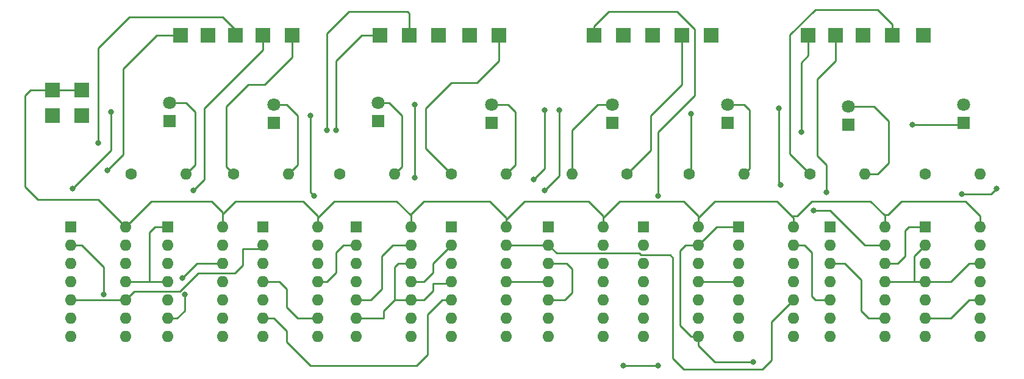
<source format=gbr>
%TF.GenerationSoftware,KiCad,Pcbnew,(5.1.6)-1*%
%TF.CreationDate,2020-12-20T18:45:25+01:00*%
%TF.ProjectId,Addierer,41646469-6572-4657-922e-6b696361645f,rev?*%
%TF.SameCoordinates,Original*%
%TF.FileFunction,Copper,L1,Top*%
%TF.FilePolarity,Positive*%
%FSLAX46Y46*%
G04 Gerber Fmt 4.6, Leading zero omitted, Abs format (unit mm)*
G04 Created by KiCad (PCBNEW (5.1.6)-1) date 2020-12-20 18:45:25*
%MOMM*%
%LPD*%
G01*
G04 APERTURE LIST*
%TA.AperFunction,ComponentPad*%
%ADD10R,2.000000X2.000000*%
%TD*%
%TA.AperFunction,ComponentPad*%
%ADD11C,1.800000*%
%TD*%
%TA.AperFunction,ComponentPad*%
%ADD12R,1.800000X1.800000*%
%TD*%
%TA.AperFunction,ComponentPad*%
%ADD13C,1.600000*%
%TD*%
%TA.AperFunction,ComponentPad*%
%ADD14O,1.600000X1.600000*%
%TD*%
%TA.AperFunction,ComponentPad*%
%ADD15R,1.600000X1.600000*%
%TD*%
%TA.AperFunction,ViaPad*%
%ADD16C,0.800000*%
%TD*%
%TA.AperFunction,Conductor*%
%ADD17C,0.250000*%
%TD*%
G04 APERTURE END LIST*
D10*
%TO.P,GND1,1*%
%TO.N,GND*%
X59690000Y-109220000D03*
%TD*%
%TO.P,Vcc1,1*%
%TO.N,+5V*%
X59690000Y-105664000D03*
%TD*%
%TO.P,a1,1*%
%TO.N,Net-(U1-Pad1)*%
X77216000Y-98044000D03*
%TD*%
%TO.P,a2,1*%
%TO.N,Net-(U3-Pad4)*%
X105156000Y-98044000D03*
%TD*%
%TO.P,a3,1*%
%TO.N,Net-(U5-Pad12)*%
X134874000Y-98044000D03*
%TD*%
%TO.P,a4,1*%
%TO.N,Net-(U8-Pad12)*%
X164338000Y-98044000D03*
%TD*%
%TO.P,b1,1*%
%TO.N,Net-(U1-Pad2)*%
X81026000Y-98044000D03*
%TD*%
%TO.P,b2,1*%
%TO.N,Net-(U3-Pad13)*%
X109220000Y-98044000D03*
%TD*%
%TO.P,b3,1*%
%TO.N,Net-(U5-Pad10)*%
X138938000Y-98044000D03*
%TD*%
%TO.P,b4,1*%
%TO.N,Net-(U8-Pad13)*%
X168148000Y-98044000D03*
%TD*%
D11*
%TO.P,D1,2*%
%TO.N,Net-(D1-Pad2)*%
X71882000Y-107442000D03*
D12*
%TO.P,D1,1*%
%TO.N,GND*%
X71882000Y-109982000D03*
%TD*%
D11*
%TO.P,D2,2*%
%TO.N,Net-(D2-Pad2)*%
X86360000Y-107696000D03*
D12*
%TO.P,D2,1*%
%TO.N,GND*%
X86360000Y-110236000D03*
%TD*%
%TO.P,D3,1*%
%TO.N,GND*%
X100838000Y-109982000D03*
D11*
%TO.P,D3,2*%
%TO.N,Net-(D3-Pad2)*%
X100838000Y-107442000D03*
%TD*%
D12*
%TO.P,D4,1*%
%TO.N,GND*%
X116586000Y-110236000D03*
D11*
%TO.P,D4,2*%
%TO.N,Net-(D4-Pad2)*%
X116586000Y-107696000D03*
%TD*%
D12*
%TO.P,D5,1*%
%TO.N,GND*%
X133350000Y-110236000D03*
D11*
%TO.P,D5,2*%
%TO.N,Net-(D5-Pad2)*%
X133350000Y-107696000D03*
%TD*%
%TO.P,D6,2*%
%TO.N,Net-(D6-Pad2)*%
X149352000Y-107696000D03*
D12*
%TO.P,D6,1*%
%TO.N,GND*%
X149352000Y-110236000D03*
%TD*%
D11*
%TO.P,D7,2*%
%TO.N,Net-(D7-Pad2)*%
X166116000Y-107950000D03*
D12*
%TO.P,D7,1*%
%TO.N,GND*%
X166116000Y-110490000D03*
%TD*%
%TO.P,D8,1*%
%TO.N,GND*%
X182118000Y-110236000D03*
D11*
%TO.P,D8,2*%
%TO.N,Net-(D8-Pad2)*%
X182118000Y-107696000D03*
%TD*%
D10*
%TO.P,GND1,1*%
%TO.N,GND*%
X55626000Y-109220000D03*
%TD*%
D13*
%TO.P,R1,1*%
%TO.N,Net-(R1-Pad1)*%
X66548000Y-117348000D03*
D14*
%TO.P,R1,2*%
%TO.N,Net-(D1-Pad2)*%
X74168000Y-117348000D03*
%TD*%
%TO.P,R2,2*%
%TO.N,Net-(D2-Pad2)*%
X88392000Y-117348000D03*
D13*
%TO.P,R2,1*%
%TO.N,Net-(R2-Pad1)*%
X80772000Y-117348000D03*
%TD*%
%TO.P,R3,1*%
%TO.N,Net-(R3-Pad1)*%
X95504000Y-117348000D03*
D14*
%TO.P,R3,2*%
%TO.N,Net-(D3-Pad2)*%
X103124000Y-117348000D03*
%TD*%
%TO.P,R4,2*%
%TO.N,Net-(D4-Pad2)*%
X118618000Y-117348000D03*
D13*
%TO.P,R4,1*%
%TO.N,Net-(R4-Pad1)*%
X110998000Y-117348000D03*
%TD*%
%TO.P,R5,1*%
%TO.N,Net-(R5-Pad1)*%
X135382000Y-117348000D03*
D14*
%TO.P,R5,2*%
%TO.N,Net-(D5-Pad2)*%
X127762000Y-117348000D03*
%TD*%
%TO.P,R6,2*%
%TO.N,Net-(D6-Pad2)*%
X151638000Y-117348000D03*
D13*
%TO.P,R6,1*%
%TO.N,Net-(R6-Pad1)*%
X144018000Y-117348000D03*
%TD*%
%TO.P,R7,1*%
%TO.N,Net-(R7-Pad1)*%
X160782000Y-117348000D03*
D14*
%TO.P,R7,2*%
%TO.N,Net-(D7-Pad2)*%
X168402000Y-117348000D03*
%TD*%
D10*
%TO.P,S1,1*%
%TO.N,Net-(R1-Pad1)*%
X84836000Y-98044000D03*
%TD*%
%TO.P,S2,1*%
%TO.N,Net-(R3-Pad1)*%
X113538000Y-98044000D03*
%TD*%
%TO.P,S3,1*%
%TO.N,Net-(R5-Pad1)*%
X143002000Y-98044000D03*
%TD*%
%TO.P,S4,1*%
%TO.N,Net-(R7-Pad1)*%
X172212000Y-98044000D03*
%TD*%
D14*
%TO.P,U1,14*%
%TO.N,+5V*%
X65786000Y-124714000D03*
%TO.P,U1,7*%
%TO.N,GND*%
X58166000Y-139954000D03*
%TO.P,U1,13*%
%TO.N,Net-(U1-Pad13)*%
X65786000Y-127254000D03*
%TO.P,U1,6*%
%TO.N,Net-(U1-Pad12)*%
X58166000Y-137414000D03*
%TO.P,U1,12*%
X65786000Y-129794000D03*
%TO.P,U1,5*%
%TO.N,Net-(U1-Pad10)*%
X58166000Y-134874000D03*
%TO.P,U1,11*%
%TO.N,Net-(U1-Pad11)*%
X65786000Y-132334000D03*
%TO.P,U1,4*%
%TO.N,Net-(U1-Pad1)*%
X58166000Y-132334000D03*
%TO.P,U1,10*%
%TO.N,Net-(U1-Pad10)*%
X65786000Y-134874000D03*
%TO.P,U1,3*%
X58166000Y-129794000D03*
%TO.P,U1,9*%
%TO.N,Net-(U1-Pad2)*%
X65786000Y-137414000D03*
%TO.P,U1,2*%
X58166000Y-127254000D03*
%TO.P,U1,8*%
%TO.N,Net-(U1-Pad13)*%
X65786000Y-139954000D03*
D15*
%TO.P,U1,1*%
%TO.N,Net-(U1-Pad1)*%
X58166000Y-124714000D03*
%TD*%
D14*
%TO.P,U2,14*%
%TO.N,+5V*%
X79248000Y-124714000D03*
%TO.P,U2,7*%
%TO.N,GND*%
X71628000Y-139954000D03*
%TO.P,U2,13*%
%TO.N,Net-(U2-Pad13)*%
X79248000Y-127254000D03*
%TO.P,U2,6*%
%TO.N,Net-(U2-Pad12)*%
X71628000Y-137414000D03*
%TO.P,U2,12*%
X79248000Y-129794000D03*
%TO.P,U2,5*%
%TO.N,Net-(U2-Pad3)*%
X71628000Y-134874000D03*
%TO.P,U2,11*%
%TO.N,Net-(R1-Pad1)*%
X79248000Y-132334000D03*
%TO.P,U2,4*%
%TO.N,Net-(U1-Pad11)*%
X71628000Y-132334000D03*
%TO.P,U2,10*%
%TO.N,Net-(U2-Pad10)*%
X79248000Y-134874000D03*
%TO.P,U2,3*%
%TO.N,Net-(U2-Pad3)*%
X71628000Y-129794000D03*
%TO.P,U2,9*%
X79248000Y-137414000D03*
%TO.P,U2,2*%
%TO.N,Net-(U2-Pad10)*%
X71628000Y-127254000D03*
%TO.P,U2,8*%
%TO.N,Net-(U2-Pad13)*%
X79248000Y-139954000D03*
D15*
%TO.P,U2,1*%
%TO.N,Net-(U1-Pad11)*%
X71628000Y-124714000D03*
%TD*%
%TO.P,U3,1*%
%TO.N,Net-(U2-Pad3)*%
X84836000Y-124714000D03*
D14*
%TO.P,U3,8*%
%TO.N,Net-(U3-Pad8)*%
X92456000Y-139954000D03*
%TO.P,U3,2*%
%TO.N,Net-(U1-Pad10)*%
X84836000Y-127254000D03*
%TO.P,U3,9*%
%TO.N,Net-(U3-Pad4)*%
X92456000Y-137414000D03*
%TO.P,U3,3*%
%TO.N,Net-(R2-Pad1)*%
X84836000Y-129794000D03*
%TO.P,U3,10*%
%TO.N,Net-(U3-Pad10)*%
X92456000Y-134874000D03*
%TO.P,U3,4*%
%TO.N,Net-(U3-Pad4)*%
X84836000Y-132334000D03*
%TO.P,U3,11*%
%TO.N,Net-(U3-Pad11)*%
X92456000Y-132334000D03*
%TO.P,U3,5*%
%TO.N,Net-(U3-Pad13)*%
X84836000Y-134874000D03*
%TO.P,U3,12*%
%TO.N,Net-(U3-Pad10)*%
X92456000Y-129794000D03*
%TO.P,U3,6*%
X84836000Y-137414000D03*
%TO.P,U3,13*%
%TO.N,Net-(U3-Pad13)*%
X92456000Y-127254000D03*
%TO.P,U3,7*%
%TO.N,GND*%
X84836000Y-139954000D03*
%TO.P,U3,14*%
%TO.N,+5V*%
X92456000Y-124714000D03*
%TD*%
%TO.P,U4,14*%
%TO.N,+5V*%
X105410000Y-124714000D03*
%TO.P,U4,7*%
%TO.N,GND*%
X97790000Y-139954000D03*
%TO.P,U4,13*%
%TO.N,Net-(U4-Pad13)*%
X105410000Y-127254000D03*
%TO.P,U4,6*%
%TO.N,Net-(U4-Pad10)*%
X97790000Y-137414000D03*
%TO.P,U4,12*%
X105410000Y-129794000D03*
%TO.P,U4,5*%
%TO.N,Net-(U4-Pad13)*%
X97790000Y-134874000D03*
%TO.P,U4,11*%
%TO.N,Net-(U4-Pad11)*%
X105410000Y-132334000D03*
%TO.P,U4,4*%
%TO.N,Net-(U4-Pad3)*%
X97790000Y-132334000D03*
%TO.P,U4,10*%
%TO.N,Net-(U4-Pad10)*%
X105410000Y-134874000D03*
%TO.P,U4,3*%
%TO.N,Net-(U4-Pad3)*%
X97790000Y-129794000D03*
%TO.P,U4,9*%
X105410000Y-137414000D03*
%TO.P,U4,2*%
%TO.N,Net-(U3-Pad11)*%
X97790000Y-127254000D03*
%TO.P,U4,8*%
%TO.N,Net-(U4-Pad8)*%
X105410000Y-139954000D03*
D15*
%TO.P,U4,1*%
%TO.N,Net-(U3-Pad8)*%
X97790000Y-124714000D03*
%TD*%
%TO.P,U5,1*%
%TO.N,Net-(U4-Pad8)*%
X110998000Y-124714000D03*
D14*
%TO.P,U5,8*%
%TO.N,Net-(U5-Pad13)*%
X118618000Y-139954000D03*
%TO.P,U5,2*%
%TO.N,Net-(U4-Pad11)*%
X110998000Y-127254000D03*
%TO.P,U5,9*%
%TO.N,Net-(U5-Pad12)*%
X118618000Y-137414000D03*
%TO.P,U5,3*%
%TO.N,Net-(R3-Pad1)*%
X110998000Y-129794000D03*
%TO.P,U5,10*%
%TO.N,Net-(U5-Pad10)*%
X118618000Y-134874000D03*
%TO.P,U5,4*%
%TO.N,Net-(U4-Pad10)*%
X110998000Y-132334000D03*
%TO.P,U5,11*%
%TO.N,Net-(U5-Pad11)*%
X118618000Y-132334000D03*
%TO.P,U5,5*%
%TO.N,Net-(U3-Pad10)*%
X110998000Y-134874000D03*
%TO.P,U5,12*%
%TO.N,Net-(U5-Pad12)*%
X118618000Y-129794000D03*
%TO.P,U5,6*%
%TO.N,Net-(R4-Pad1)*%
X110998000Y-137414000D03*
%TO.P,U5,13*%
%TO.N,Net-(U5-Pad13)*%
X118618000Y-127254000D03*
%TO.P,U5,7*%
%TO.N,GND*%
X110998000Y-139954000D03*
%TO.P,U5,14*%
%TO.N,+5V*%
X118618000Y-124714000D03*
%TD*%
%TO.P,U6,14*%
%TO.N,+5V*%
X132080000Y-124714000D03*
%TO.P,U6,7*%
%TO.N,GND*%
X124460000Y-139954000D03*
%TO.P,U6,13*%
%TO.N,N/C*%
X132080000Y-127254000D03*
%TO.P,U6,6*%
%TO.N,Net-(U6-Pad6)*%
X124460000Y-137414000D03*
%TO.P,U6,12*%
%TO.N,N/C*%
X132080000Y-129794000D03*
%TO.P,U6,5*%
%TO.N,Net-(U6-Pad3)*%
X124460000Y-134874000D03*
%TO.P,U6,11*%
%TO.N,N/C*%
X132080000Y-132334000D03*
%TO.P,U6,4*%
%TO.N,Net-(U5-Pad11)*%
X124460000Y-132334000D03*
%TO.P,U6,10*%
%TO.N,N/C*%
X132080000Y-134874000D03*
%TO.P,U6,3*%
%TO.N,Net-(U6-Pad3)*%
X124460000Y-129794000D03*
%TO.P,U6,9*%
%TO.N,N/C*%
X132080000Y-137414000D03*
%TO.P,U6,2*%
%TO.N,Net-(U5-Pad13)*%
X124460000Y-127254000D03*
%TO.P,U6,8*%
%TO.N,N/C*%
X132080000Y-139954000D03*
D15*
%TO.P,U6,1*%
%TO.N,Net-(U5-Pad10)*%
X124460000Y-124714000D03*
%TD*%
%TO.P,U7,1*%
%TO.N,N/C*%
X137668000Y-124714000D03*
D14*
%TO.P,U7,8*%
%TO.N,Net-(U7-Pad13)*%
X145288000Y-139954000D03*
%TO.P,U7,2*%
%TO.N,N/C*%
X137668000Y-127254000D03*
%TO.P,U7,9*%
%TO.N,Net-(U6-Pad6)*%
X145288000Y-137414000D03*
%TO.P,U7,3*%
%TO.N,N/C*%
X137668000Y-129794000D03*
%TO.P,U7,10*%
%TO.N,Net-(U7-Pad10)*%
X145288000Y-134874000D03*
%TO.P,U7,4*%
%TO.N,N/C*%
X137668000Y-132334000D03*
%TO.P,U7,11*%
%TO.N,Net-(U7-Pad11)*%
X145288000Y-132334000D03*
%TO.P,U7,5*%
%TO.N,N/C*%
X137668000Y-134874000D03*
%TO.P,U7,12*%
%TO.N,Net-(U6-Pad6)*%
X145288000Y-129794000D03*
%TO.P,U7,6*%
%TO.N,N/C*%
X137668000Y-137414000D03*
%TO.P,U7,13*%
%TO.N,Net-(U7-Pad13)*%
X145288000Y-127254000D03*
%TO.P,U7,7*%
%TO.N,GND*%
X137668000Y-139954000D03*
%TO.P,U7,14*%
%TO.N,+5V*%
X145288000Y-124714000D03*
%TD*%
%TO.P,U8,14*%
%TO.N,+5V*%
X158496000Y-124714000D03*
%TO.P,U8,7*%
%TO.N,GND*%
X150876000Y-139954000D03*
%TO.P,U8,13*%
%TO.N,Net-(U8-Pad13)*%
X158496000Y-127254000D03*
%TO.P,U8,6*%
%TO.N,Net-(R5-Pad1)*%
X150876000Y-137414000D03*
%TO.P,U8,12*%
%TO.N,Net-(U8-Pad12)*%
X158496000Y-129794000D03*
%TO.P,U8,5*%
%TO.N,Net-(U8-Pad3)*%
X150876000Y-134874000D03*
%TO.P,U8,11*%
%TO.N,Net-(U10-Pad13)*%
X158496000Y-132334000D03*
%TO.P,U8,4*%
%TO.N,Net-(U7-Pad11)*%
X150876000Y-132334000D03*
%TO.P,U8,10*%
%TO.N,Net-(U5-Pad13)*%
X158496000Y-134874000D03*
%TO.P,U8,3*%
%TO.N,Net-(U8-Pad3)*%
X150876000Y-129794000D03*
%TO.P,U8,9*%
%TO.N,Net-(U7-Pad13)*%
X158496000Y-137414000D03*
%TO.P,U8,2*%
%TO.N,Net-(U7-Pad10)*%
X150876000Y-127254000D03*
%TO.P,U8,8*%
%TO.N,Net-(R6-Pad1)*%
X158496000Y-139954000D03*
D15*
%TO.P,U8,1*%
%TO.N,Net-(U7-Pad13)*%
X150876000Y-124714000D03*
%TD*%
%TO.P,U9,1*%
%TO.N,Net-(U8-Pad12)*%
X163576000Y-124714000D03*
D14*
%TO.P,U9,8*%
%TO.N,Net-(U10-Pad1)*%
X171196000Y-139954000D03*
%TO.P,U9,2*%
%TO.N,Net-(U10-Pad13)*%
X163576000Y-127254000D03*
%TO.P,U9,9*%
%TO.N,Net-(U9-Pad3)*%
X171196000Y-137414000D03*
%TO.P,U9,3*%
X163576000Y-129794000D03*
%TO.P,U9,10*%
%TO.N,Net-(U9-Pad10)*%
X171196000Y-134874000D03*
%TO.P,U9,4*%
%TO.N,Net-(U10-Pad13)*%
X163576000Y-132334000D03*
%TO.P,U9,11*%
%TO.N,Net-(U10-Pad12)*%
X171196000Y-132334000D03*
%TO.P,U9,5*%
%TO.N,Net-(U8-Pad13)*%
X163576000Y-134874000D03*
%TO.P,U9,12*%
%TO.N,Net-(U10-Pad1)*%
X171196000Y-129794000D03*
%TO.P,U9,6*%
%TO.N,Net-(U9-Pad10)*%
X163576000Y-137414000D03*
%TO.P,U9,13*%
%TO.N,Net-(U10-Pad5)*%
X171196000Y-127254000D03*
%TO.P,U9,7*%
%TO.N,GND*%
X163576000Y-139954000D03*
%TO.P,U9,14*%
%TO.N,+5V*%
X171196000Y-124714000D03*
%TD*%
D15*
%TO.P,U10,1*%
%TO.N,Net-(U10-Pad1)*%
X176784000Y-124714000D03*
D14*
%TO.P,U10,8*%
%TO.N,Net-(R7-Pad1)*%
X184404000Y-139954000D03*
%TO.P,U10,2*%
%TO.N,Net-(U10-Pad12)*%
X176784000Y-127254000D03*
%TO.P,U10,9*%
%TO.N,Net-(U10-Pad3)*%
X184404000Y-137414000D03*
%TO.P,U10,3*%
X176784000Y-129794000D03*
%TO.P,U10,10*%
%TO.N,Net-(U10-Pad10)*%
X184404000Y-134874000D03*
%TO.P,U10,4*%
%TO.N,Net-(U10-Pad12)*%
X176784000Y-132334000D03*
%TO.P,U10,11*%
%TO.N,Net-(R8-Pad1)*%
X184404000Y-132334000D03*
%TO.P,U10,5*%
%TO.N,Net-(U10-Pad5)*%
X176784000Y-134874000D03*
%TO.P,U10,12*%
%TO.N,Net-(U10-Pad12)*%
X184404000Y-129794000D03*
%TO.P,U10,6*%
%TO.N,Net-(U10-Pad10)*%
X176784000Y-137414000D03*
%TO.P,U10,13*%
%TO.N,Net-(U10-Pad13)*%
X184404000Y-127254000D03*
%TO.P,U10,7*%
%TO.N,GND*%
X176784000Y-139954000D03*
%TO.P,U10,14*%
%TO.N,+5V*%
X184404000Y-124714000D03*
%TD*%
D10*
%TO.P,Un1,1*%
%TO.N,Net-(U2-Pad10)*%
X73406000Y-98044000D03*
%TD*%
%TO.P,Un2,1*%
%TO.N,Net-(U4-Pad13)*%
X101092000Y-98044000D03*
%TD*%
%TO.P,Un3,1*%
%TO.N,Net-(U7-Pad10)*%
X130810000Y-98044000D03*
%TD*%
%TO.P,Un4,1*%
%TO.N,Net-(U10-Pad5)*%
X160528000Y-98044000D03*
%TD*%
%TO.P,Vcc1,1*%
%TO.N,+5V*%
X55626000Y-105664000D03*
%TD*%
%TO.P,\u00DCn+1,1*%
%TO.N,Net-(R2-Pad1)*%
X88900000Y-98044000D03*
%TD*%
%TO.P,\u00DCn+2,1*%
%TO.N,Net-(R4-Pad1)*%
X117602000Y-98044000D03*
%TD*%
%TO.P,\u00DCn+3,1*%
%TO.N,Net-(R6-Pad1)*%
X147066000Y-98044000D03*
%TD*%
%TO.P,\u00DCn+4,1*%
%TO.N,Net-(R8-Pad1)*%
X176530000Y-98044000D03*
%TD*%
D13*
%TO.P,R8,1*%
%TO.N,Net-(R8-Pad1)*%
X176784000Y-117348000D03*
D14*
%TO.P,R8,2*%
%TO.N,Net-(D8-Pad2)*%
X184404000Y-117348000D03*
%TD*%
D16*
%TO.N,Net-(U1-Pad1)*%
X63754000Y-108712000D03*
X58420000Y-119380000D03*
%TO.N,Net-(U1-Pad2)*%
X62738000Y-134112000D03*
X61976000Y-113030000D03*
%TO.N,Net-(R1-Pad1)*%
X75184000Y-119634000D03*
%TO.N,Net-(R3-Pad1)*%
X105918000Y-107696000D03*
X105918000Y-117856000D03*
%TO.N,Net-(U2-Pad10)*%
X63246000Y-116840000D03*
%TO.N,Net-(U2-Pad12)*%
X73660000Y-131826000D03*
X73918653Y-134116653D03*
%TO.N,Net-(U3-Pad4)*%
X93726000Y-111252000D03*
%TO.N,Net-(U3-Pad13)*%
X91440000Y-109220000D03*
X91948000Y-120396000D03*
%TO.N,Net-(U4-Pad13)*%
X94996000Y-111252000D03*
%TO.N,Net-(U5-Pad12)*%
X123952000Y-108458000D03*
X122428000Y-118110000D03*
%TO.N,Net-(U5-Pad10)*%
X125984000Y-108458000D03*
X123952000Y-119634000D03*
%TO.N,Net-(R6-Pad1)*%
X144272000Y-108966000D03*
%TO.N,Net-(R7-Pad1)*%
X181864000Y-120142000D03*
X186690000Y-119380000D03*
%TO.N,Net-(U6-Pad6)*%
X134874000Y-144018000D03*
X139700000Y-144018000D03*
%TO.N,Net-(U7-Pad13)*%
X152908000Y-143510000D03*
%TO.N,Net-(U7-Pad10)*%
X139700000Y-120396000D03*
%TO.N,Net-(U8-Pad12)*%
X163068000Y-119888000D03*
%TO.N,Net-(U8-Pad13)*%
X156464000Y-108204000D03*
X156718000Y-118872000D03*
%TO.N,Net-(U10-Pad5)*%
X161290000Y-122428000D03*
X159524991Y-111518991D03*
%TO.N,GND*%
X86360000Y-110236000D03*
X175006000Y-110490000D03*
%TD*%
D17*
%TO.N,Net-(U1-Pad1)*%
X63754000Y-108712000D02*
X63754000Y-114046000D01*
X63754000Y-114046000D02*
X58420000Y-119380000D01*
%TO.N,Net-(U1-Pad2)*%
X62738000Y-134112000D02*
X62738000Y-130302000D01*
X59690000Y-127254000D02*
X58166000Y-127254000D01*
X62738000Y-130302000D02*
X59690000Y-127254000D01*
X81026000Y-98044000D02*
X81026000Y-97282000D01*
X81026000Y-97282000D02*
X79248000Y-95504000D01*
X79248000Y-95504000D02*
X66294000Y-95504000D01*
X66294000Y-95504000D02*
X61976000Y-99822000D01*
X61976000Y-99822000D02*
X61976000Y-113030000D01*
%TO.N,Net-(D1-Pad2)*%
X75438000Y-116078000D02*
X74168000Y-117348000D01*
X71882000Y-107442000D02*
X74168000Y-107442000D01*
X75438000Y-108712000D02*
X75438000Y-116078000D01*
X74168000Y-107442000D02*
X75438000Y-108712000D01*
%TO.N,Net-(D3-Pad2)*%
X100838000Y-107442000D02*
X102362000Y-107442000D01*
X102362000Y-107442000D02*
X104140000Y-109220000D01*
X104140000Y-116332000D02*
X103124000Y-117348000D01*
X104140000Y-109220000D02*
X104140000Y-116332000D01*
%TO.N,Net-(R1-Pad1)*%
X84836000Y-98044000D02*
X84836000Y-100076000D01*
X84836000Y-100076000D02*
X76708000Y-108204000D01*
X76708000Y-108204000D02*
X76708000Y-118110000D01*
X76708000Y-118110000D02*
X75184000Y-119634000D01*
%TO.N,Net-(R3-Pad1)*%
X105918000Y-107696000D02*
X105918000Y-117856000D01*
%TO.N,Net-(U1-Pad10)*%
X58166000Y-134874000D02*
X65786000Y-134874000D01*
X66911001Y-133748999D02*
X73261001Y-133748999D01*
X65786000Y-134874000D02*
X66911001Y-133748999D01*
X75801001Y-131208999D02*
X80916999Y-131208999D01*
X73261001Y-133748999D02*
X75801001Y-131208999D01*
X80916999Y-131208999D02*
X82042000Y-130083998D01*
X82042000Y-130083998D02*
X82042000Y-127762000D01*
X84328000Y-127762000D02*
X84836000Y-127254000D01*
X82042000Y-127762000D02*
X84328000Y-127762000D01*
%TO.N,Net-(U1-Pad11)*%
X71628000Y-124714000D02*
X69850000Y-124714000D01*
X69088000Y-125476000D02*
X69088000Y-132334000D01*
X69850000Y-124714000D02*
X69088000Y-125476000D01*
X65786000Y-132334000D02*
X69088000Y-132334000D01*
X69088000Y-132334000D02*
X71628000Y-132334000D01*
%TO.N,Net-(U2-Pad10)*%
X73406000Y-98044000D02*
X70104000Y-98044000D01*
X70104000Y-98044000D02*
X65786000Y-102362000D01*
X65422999Y-102725001D02*
X65422999Y-114663001D01*
X65786000Y-102362000D02*
X65422999Y-102725001D01*
X65422999Y-114663001D02*
X63246000Y-116840000D01*
%TO.N,Net-(U2-Pad12)*%
X79248000Y-129794000D02*
X75692000Y-129794000D01*
X75692000Y-129794000D02*
X73660000Y-131826000D01*
X73918653Y-134116653D02*
X73918653Y-136393347D01*
X72898000Y-137414000D02*
X71628000Y-137414000D01*
X73918653Y-136393347D02*
X72898000Y-137414000D01*
%TO.N,Net-(U3-Pad4)*%
X92456000Y-137414000D02*
X89662000Y-137414000D01*
X89662000Y-137414000D02*
X88138000Y-135890000D01*
X88138000Y-135890000D02*
X88138000Y-133350000D01*
X87122000Y-132334000D02*
X84836000Y-132334000D01*
X88138000Y-133350000D02*
X87122000Y-132334000D01*
X93726000Y-111252000D02*
X93726000Y-97790000D01*
X93726000Y-97790000D02*
X96774000Y-94742000D01*
X96774000Y-94742000D02*
X104902000Y-94742000D01*
X105156000Y-94996000D02*
X105156000Y-98044000D01*
X104902000Y-94742000D02*
X105156000Y-94996000D01*
%TO.N,Net-(U3-Pad13)*%
X91440000Y-109220000D02*
X91440000Y-119888000D01*
X91440000Y-119888000D02*
X91948000Y-120396000D01*
%TO.N,Net-(D2-Pad2)*%
X86360000Y-107696000D02*
X88138000Y-107696000D01*
X88138000Y-107696000D02*
X89662000Y-109220000D01*
X89662000Y-116078000D02*
X88392000Y-117348000D01*
X89662000Y-109220000D02*
X89662000Y-116078000D01*
%TO.N,Net-(D4-Pad2)*%
X119888000Y-116078000D02*
X118618000Y-117348000D01*
X119888000Y-108712000D02*
X119888000Y-116078000D01*
X116586000Y-107696000D02*
X118872000Y-107696000D01*
X118872000Y-107696000D02*
X119888000Y-108712000D01*
%TO.N,Net-(R2-Pad1)*%
X88900000Y-98044000D02*
X88900000Y-101092000D01*
X88900000Y-101092000D02*
X85090000Y-104902000D01*
X85090000Y-104902000D02*
X82804000Y-104902000D01*
X82804000Y-104902000D02*
X79756000Y-107950000D01*
X79756000Y-116332000D02*
X80772000Y-117348000D01*
X79756000Y-107950000D02*
X79756000Y-116332000D01*
%TO.N,Net-(R4-Pad1)*%
X117602000Y-98044000D02*
X117602000Y-101600000D01*
X117602000Y-101600000D02*
X114554000Y-104648000D01*
X114554000Y-104648000D02*
X110998000Y-104648000D01*
X110998000Y-104648000D02*
X107442000Y-108204000D01*
X107442000Y-113792000D02*
X110998000Y-117348000D01*
X107442000Y-108204000D02*
X107442000Y-113792000D01*
%TO.N,Net-(U3-Pad10)*%
X110998000Y-134874000D02*
X109728000Y-134874000D01*
X109728000Y-134874000D02*
X107696000Y-136906000D01*
X107696000Y-136906000D02*
X107696000Y-142494000D01*
X107696000Y-142494000D02*
X106172000Y-144018000D01*
X106172000Y-144018000D02*
X91440000Y-144018000D01*
X91440000Y-144018000D02*
X88138000Y-140716000D01*
X88138000Y-140716000D02*
X88138000Y-139192000D01*
X86360000Y-137414000D02*
X84836000Y-137414000D01*
X88138000Y-139192000D02*
X86360000Y-137414000D01*
%TO.N,Net-(U3-Pad11)*%
X92456000Y-132334000D02*
X93726000Y-132334000D01*
X93726000Y-132334000D02*
X94996000Y-131064000D01*
X94996000Y-131064000D02*
X94996000Y-128270000D01*
X96012000Y-127254000D02*
X97790000Y-127254000D01*
X94996000Y-128270000D02*
X96012000Y-127254000D01*
%TO.N,Net-(U4-Pad13)*%
X97790000Y-134874000D02*
X99822000Y-134874000D01*
X99822000Y-134874000D02*
X101346000Y-133350000D01*
X101346000Y-133350000D02*
X101346000Y-128778000D01*
X102870000Y-127254000D02*
X105410000Y-127254000D01*
X101346000Y-128778000D02*
X102870000Y-127254000D01*
X94996000Y-111252000D02*
X94996000Y-101600000D01*
X98552000Y-98044000D02*
X101092000Y-98044000D01*
X94996000Y-101600000D02*
X98552000Y-98044000D01*
%TO.N,Net-(U4-Pad10)*%
X101600000Y-136398000D02*
X103124000Y-134874000D01*
X97790000Y-137414000D02*
X101600000Y-137414000D01*
X103124000Y-134874000D02*
X105410000Y-134874000D01*
X101600000Y-137414000D02*
X101600000Y-136398000D01*
X105410000Y-129794000D02*
X103632000Y-129794000D01*
X103124000Y-130302000D02*
X103124000Y-134874000D01*
X103632000Y-129794000D02*
X103124000Y-130302000D01*
X105410000Y-134874000D02*
X107188000Y-134874000D01*
X107188000Y-134874000D02*
X108458000Y-133604000D01*
X108458000Y-133604000D02*
X108458000Y-132588000D01*
X110744000Y-132588000D02*
X110998000Y-132334000D01*
X108458000Y-132588000D02*
X110744000Y-132588000D01*
%TO.N,Net-(U4-Pad11)*%
X105410000Y-132334000D02*
X107188000Y-132334000D01*
X107188000Y-132334000D02*
X108458000Y-131064000D01*
X108458000Y-129794000D02*
X110998000Y-127254000D01*
X108458000Y-131064000D02*
X108458000Y-129794000D01*
%TO.N,+5V*%
X59690000Y-105664000D02*
X55626000Y-105664000D01*
X55626000Y-105664000D02*
X52578000Y-105664000D01*
X52578000Y-105664000D02*
X51816000Y-106426000D01*
X51816000Y-106426000D02*
X51816000Y-119126000D01*
X51816000Y-119126000D02*
X53594000Y-120904000D01*
X61976000Y-120904000D02*
X65786000Y-124714000D01*
X53594000Y-120904000D02*
X61976000Y-120904000D01*
X79248000Y-122682000D02*
X77724000Y-121158000D01*
X69342000Y-121158000D02*
X65786000Y-124714000D01*
X77724000Y-121158000D02*
X69342000Y-121158000D01*
X92456000Y-123190000D02*
X90424000Y-121158000D01*
X90424000Y-121158000D02*
X81026000Y-121158000D01*
X79248000Y-124714000D02*
X79248000Y-122936000D01*
X81026000Y-121158000D02*
X79248000Y-122936000D01*
X79248000Y-122936000D02*
X79248000Y-122682000D01*
X105410000Y-124714000D02*
X105410000Y-123190000D01*
X103378000Y-121158000D02*
X94742000Y-121158000D01*
X94742000Y-121158000D02*
X92456000Y-123444000D01*
X92456000Y-124714000D02*
X92456000Y-123444000D01*
X92456000Y-123444000D02*
X92456000Y-123190000D01*
X118618000Y-123444000D02*
X116332000Y-121158000D01*
X107188000Y-121158000D02*
X105283000Y-123063000D01*
X116332000Y-121158000D02*
X107188000Y-121158000D01*
X105410000Y-123190000D02*
X105283000Y-123063000D01*
X105283000Y-123063000D02*
X103378000Y-121158000D01*
X132080000Y-123190000D02*
X130048000Y-121158000D01*
X130048000Y-121158000D02*
X121158000Y-121158000D01*
X118618000Y-124714000D02*
X118618000Y-123698000D01*
X121158000Y-121158000D02*
X118618000Y-123698000D01*
X118618000Y-123698000D02*
X118618000Y-123444000D01*
X145288000Y-123190000D02*
X143256000Y-121158000D01*
X134366000Y-121158000D02*
X132080000Y-123444000D01*
X132080000Y-124714000D02*
X132080000Y-123444000D01*
X143256000Y-121158000D02*
X134366000Y-121158000D01*
X132080000Y-123444000D02*
X132080000Y-123190000D01*
X158496000Y-124714000D02*
X158496000Y-123444000D01*
X147574000Y-121158000D02*
X145288000Y-123444000D01*
X156210000Y-121158000D02*
X147574000Y-121158000D01*
X145288000Y-124714000D02*
X145288000Y-123444000D01*
X145288000Y-123444000D02*
X145288000Y-123190000D01*
X171196000Y-124714000D02*
X171196000Y-123190000D01*
X169164000Y-121158000D02*
X161036000Y-121158000D01*
X159004000Y-123190000D02*
X158242000Y-123190000D01*
X161036000Y-121158000D02*
X159004000Y-123190000D01*
X158496000Y-123444000D02*
X158242000Y-123190000D01*
X158242000Y-123190000D02*
X156210000Y-121158000D01*
X184404000Y-124714000D02*
X184404000Y-123190000D01*
X184404000Y-123190000D02*
X182372000Y-121158000D01*
X182372000Y-121158000D02*
X173482000Y-121158000D01*
X173482000Y-121158000D02*
X171577000Y-123063000D01*
X171577000Y-123063000D02*
X171069000Y-123063000D01*
X171196000Y-123190000D02*
X171069000Y-123063000D01*
X171069000Y-123063000D02*
X169164000Y-121158000D01*
%TO.N,Net-(U5-Pad12)*%
X123952000Y-108458000D02*
X123952000Y-116586000D01*
X123952000Y-116586000D02*
X122428000Y-118110000D01*
%TO.N,Net-(U5-Pad10)*%
X125984000Y-108458000D02*
X125984000Y-117602000D01*
X125984000Y-117602000D02*
X123952000Y-119634000D01*
%TO.N,Net-(D5-Pad2)*%
X133350000Y-107696000D02*
X131318000Y-107696000D01*
X127762000Y-111252000D02*
X127762000Y-117348000D01*
X131318000Y-107696000D02*
X127762000Y-111252000D01*
%TO.N,Net-(D6-Pad2)*%
X149352000Y-107696000D02*
X151638000Y-107696000D01*
X151638000Y-107696000D02*
X152400000Y-108458000D01*
X152400000Y-116586000D02*
X151638000Y-117348000D01*
X152400000Y-115062000D02*
X152400000Y-116586000D01*
X152400000Y-115062000D02*
X152400000Y-115316000D01*
X152400000Y-108458000D02*
X152400000Y-115062000D01*
%TO.N,Net-(D7-Pad2)*%
X166116000Y-107950000D02*
X169672000Y-107950000D01*
X169672000Y-107950000D02*
X171704000Y-109982000D01*
X171704000Y-109982000D02*
X171704000Y-115824000D01*
X170180000Y-117348000D02*
X168402000Y-117348000D01*
X171704000Y-115824000D02*
X170180000Y-117348000D01*
%TO.N,Net-(R5-Pad1)*%
X143002000Y-98044000D02*
X143002000Y-104902000D01*
X143002000Y-104902000D02*
X138684000Y-109220000D01*
X138684000Y-114046000D02*
X135382000Y-117348000D01*
X138684000Y-109220000D02*
X138684000Y-114046000D01*
%TO.N,Net-(R6-Pad1)*%
X144272000Y-117094000D02*
X144018000Y-117348000D01*
X144272000Y-108966000D02*
X144272000Y-117094000D01*
%TO.N,Net-(R7-Pad1)*%
X185928000Y-120142000D02*
X186690000Y-119380000D01*
X181864000Y-120142000D02*
X185928000Y-120142000D01*
X172212000Y-96520000D02*
X172212000Y-98044000D01*
X157988000Y-114554000D02*
X157988000Y-97998998D01*
X160782000Y-117348000D02*
X157988000Y-114554000D01*
X157988000Y-97998998D02*
X161498998Y-94488000D01*
X170180000Y-94488000D02*
X172212000Y-96520000D01*
X161498998Y-94488000D02*
X170180000Y-94488000D01*
%TO.N,Net-(U5-Pad13)*%
X118618000Y-127254000D02*
X124460000Y-127254000D01*
X155448000Y-143256000D02*
X155448000Y-137922000D01*
X154178000Y-144526000D02*
X155448000Y-143256000D01*
X143256000Y-144526000D02*
X154178000Y-144526000D01*
X141732000Y-143002000D02*
X143256000Y-144526000D01*
X141732000Y-129032000D02*
X141732000Y-143002000D01*
X124460000Y-127254000D02*
X125585001Y-128379001D01*
X155448000Y-137922000D02*
X158496000Y-134874000D01*
X137015001Y-128379001D02*
X137304999Y-128668999D01*
X137304999Y-128668999D02*
X141368999Y-128668999D01*
X125585001Y-128379001D02*
X137015001Y-128379001D01*
X141368999Y-128668999D02*
X141732000Y-129032000D01*
%TO.N,Net-(U5-Pad11)*%
X118618000Y-132334000D02*
X124460000Y-132334000D01*
%TO.N,Net-(U6-Pad3)*%
X124460000Y-129794000D02*
X127000000Y-129794000D01*
X127000000Y-129794000D02*
X127762000Y-130556000D01*
X127762000Y-130556000D02*
X127762000Y-133858000D01*
X126746000Y-134874000D02*
X124460000Y-134874000D01*
X127762000Y-133858000D02*
X126746000Y-134874000D01*
%TO.N,Net-(U6-Pad6)*%
X134874000Y-144018000D02*
X139446000Y-144018000D01*
X139446000Y-144018000D02*
X139700000Y-144018000D01*
%TO.N,Net-(U7-Pad13)*%
X152908000Y-143510000D02*
X147574000Y-143510000D01*
X145288000Y-141224000D02*
X145288000Y-139954000D01*
X147574000Y-143510000D02*
X145288000Y-141224000D01*
X147828000Y-124714000D02*
X145288000Y-127254000D01*
X150876000Y-124714000D02*
X147828000Y-124714000D01*
X145288000Y-127254000D02*
X143510000Y-127254000D01*
X143510000Y-127254000D02*
X142748000Y-128016000D01*
X142748000Y-128016000D02*
X142748000Y-138430000D01*
X144272000Y-139954000D02*
X145288000Y-139954000D01*
X142748000Y-138430000D02*
X144272000Y-139954000D01*
%TO.N,Net-(U7-Pad11)*%
X145288000Y-132334000D02*
X150876000Y-132334000D01*
%TO.N,Net-(U7-Pad10)*%
X139700000Y-120396000D02*
X139700000Y-111506000D01*
X139700000Y-111506000D02*
X144780000Y-106426000D01*
X144780000Y-97236998D02*
X142285002Y-94742000D01*
X144780000Y-106426000D02*
X144780000Y-97236998D01*
X142285002Y-94742000D02*
X132842000Y-94742000D01*
X130810000Y-96774000D02*
X130810000Y-98044000D01*
X132842000Y-94742000D02*
X130810000Y-96774000D01*
%TO.N,Net-(U8-Pad12)*%
X164338000Y-98044000D02*
X164338000Y-101600000D01*
X164338000Y-101600000D02*
X161798000Y-104140000D01*
X161798000Y-104140000D02*
X161798000Y-114808000D01*
X161798000Y-114808000D02*
X163068000Y-116078000D01*
X163068000Y-116078000D02*
X163068000Y-119888000D01*
%TO.N,Net-(U8-Pad13)*%
X158496000Y-127254000D02*
X160020000Y-127254000D01*
X160020000Y-127254000D02*
X161036000Y-128270000D01*
X161036000Y-128270000D02*
X161036000Y-134366000D01*
X161544000Y-134874000D02*
X163576000Y-134874000D01*
X161036000Y-134366000D02*
X161544000Y-134874000D01*
X156464000Y-108204000D02*
X156464000Y-118618000D01*
X156464000Y-118618000D02*
X156718000Y-118872000D01*
%TO.N,Net-(U10-Pad5)*%
X171196000Y-127254000D02*
X168402000Y-127254000D01*
X168402000Y-127254000D02*
X165354000Y-124206000D01*
X165354000Y-124206000D02*
X163576000Y-122428000D01*
X163576000Y-122428000D02*
X161290000Y-122428000D01*
X159524991Y-111518991D02*
X159524991Y-101841009D01*
X160528000Y-100838000D02*
X160528000Y-98044000D01*
X159524991Y-101841009D02*
X160528000Y-100838000D01*
%TO.N,Net-(U10-Pad1)*%
X171196000Y-129794000D02*
X172974000Y-129794000D01*
X172974000Y-129794000D02*
X173990000Y-128778000D01*
X173990000Y-128778000D02*
X173990000Y-125222000D01*
X174498000Y-124714000D02*
X176784000Y-124714000D01*
X173990000Y-125222000D02*
X174498000Y-124714000D01*
%TO.N,Net-(U10-Pad12)*%
X184404000Y-129794000D02*
X182880000Y-129794000D01*
X180340000Y-132334000D02*
X176784000Y-132334000D01*
X182880000Y-129794000D02*
X180340000Y-132334000D01*
X176784000Y-127254000D02*
X175260000Y-128778000D01*
X175260000Y-128778000D02*
X175260000Y-132334000D01*
X176784000Y-132334000D02*
X175260000Y-132334000D01*
X175260000Y-132334000D02*
X171196000Y-132334000D01*
%TO.N,Net-(U9-Pad3)*%
X163576000Y-129794000D02*
X165608000Y-129794000D01*
X165608000Y-129794000D02*
X167894000Y-132080000D01*
X167894000Y-132080000D02*
X167894000Y-136398000D01*
X168910000Y-137414000D02*
X171196000Y-137414000D01*
X167894000Y-136398000D02*
X168910000Y-137414000D01*
%TO.N,Net-(U10-Pad10)*%
X182880000Y-134874000D02*
X184404000Y-134874000D01*
X176784000Y-137414000D02*
X180340000Y-137414000D01*
X180340000Y-137414000D02*
X182880000Y-134874000D01*
%TO.N,GND*%
X181864000Y-110490000D02*
X182118000Y-110236000D01*
X177800000Y-110490000D02*
X178308000Y-110490000D01*
X177800000Y-110490000D02*
X181864000Y-110490000D01*
X175006000Y-110490000D02*
X177800000Y-110490000D01*
%TD*%
M02*

</source>
